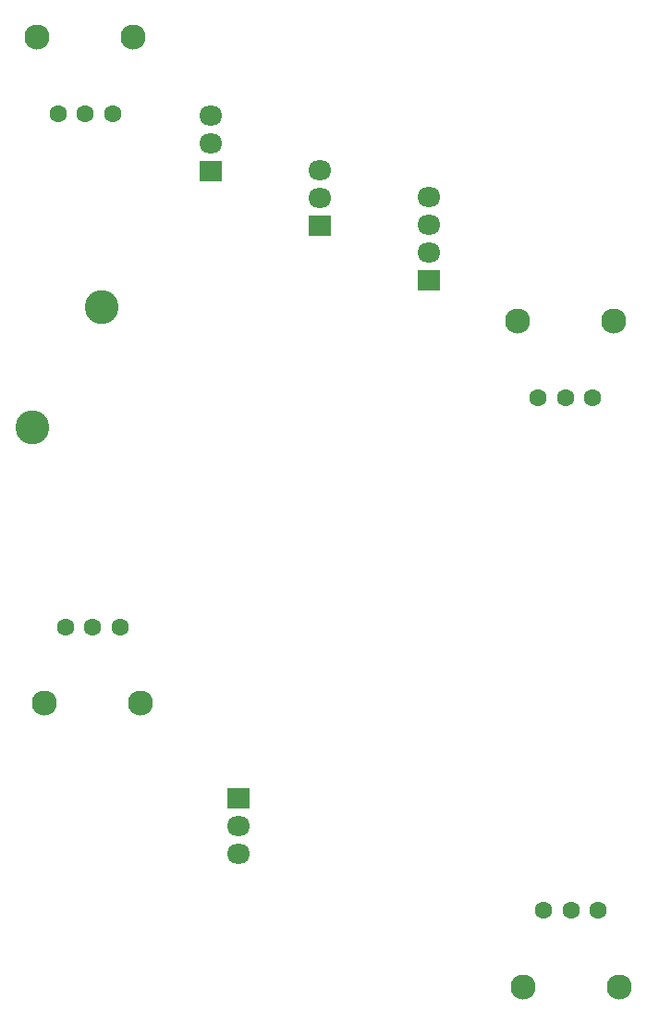
<source format=gts>
%TF.GenerationSoftware,KiCad,Pcbnew,(2015-12-01 BZR 82, Git 6f5a49b)-brewed_product*%
%TF.CreationDate,2015-12-17T03:34:39-07:00*%
%TF.ProjectId,EMG Humbuckers,454D472048756D6275636B6572732E6B,rev?*%
%TF.FileFunction,Soldermask,Top*%
%FSLAX46Y46*%
G04 Gerber Fmt 4.6, Leading zero omitted, Abs format (unit mm)*
G04 Created by KiCad (PCBNEW (2015-12-01 BZR 82, Git 6f5a49b)-brewed_product) date Thursday, 17 December 2015 'amt' 03:34:39*
%MOMM*%
G01*
G04 APERTURE LIST*
%ADD10C,0.127000*%
%ADD11C,3.100000*%
%ADD12R,2.132000X1.827200*%
%ADD13O,2.132000X1.827200*%
%ADD14C,1.600000*%
%ADD15C,2.300000*%
G04 APERTURE END LIST*
D10*
D11*
X92500000Y-77500000D03*
X86150000Y-88498523D03*
D12*
X102500000Y-65040000D03*
D13*
X102500000Y-62500000D03*
X102500000Y-59960000D03*
D12*
X112500000Y-70040000D03*
D13*
X112500000Y-67500000D03*
X112500000Y-64960000D03*
D12*
X105000000Y-122460000D03*
D13*
X105000000Y-125000000D03*
X105000000Y-127540000D03*
D14*
X137490000Y-85780000D03*
X134990000Y-85780000D03*
X132490000Y-85780000D03*
D15*
X139390000Y-78780000D03*
X130590000Y-78780000D03*
D14*
X93510000Y-59780000D03*
X91010000Y-59780000D03*
X88510000Y-59780000D03*
D15*
X95410000Y-52780000D03*
X86610000Y-52780000D03*
D14*
X132980000Y-132720000D03*
X135480000Y-132720000D03*
X137980000Y-132720000D03*
D15*
X131080000Y-139720000D03*
X139880000Y-139720000D03*
D14*
X89170000Y-106750000D03*
X91670000Y-106750000D03*
X94170000Y-106750000D03*
D15*
X87270000Y-113750000D03*
X96070000Y-113750000D03*
D12*
X122500000Y-75040000D03*
D13*
X122500000Y-72500000D03*
X122500000Y-69960000D03*
X122500000Y-67420000D03*
M02*

</source>
